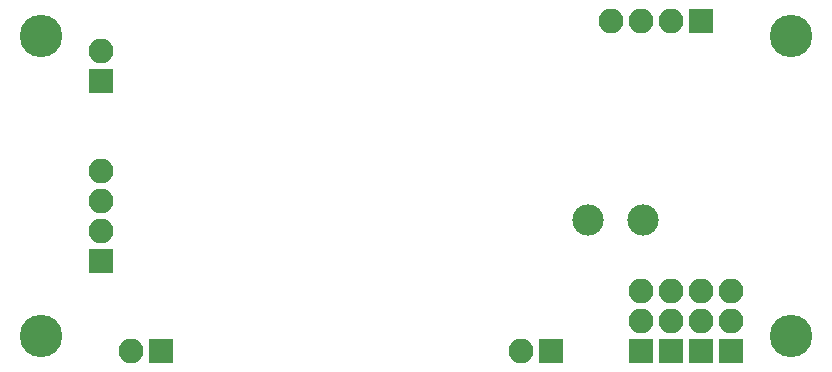
<source format=gbr>
G04 #@! TF.FileFunction,Soldermask,Bot*
%FSLAX46Y46*%
G04 Gerber Fmt 4.6, Leading zero omitted, Abs format (unit mm)*
G04 Created by KiCad (PCBNEW 4.0.7) date 05/02/18 00:14:41*
%MOMM*%
%LPD*%
G01*
G04 APERTURE LIST*
%ADD10C,0.100000*%
%ADD11C,2.650000*%
%ADD12C,3.600000*%
%ADD13R,2.100000X2.100000*%
%ADD14O,2.100000X2.100000*%
G04 APERTURE END LIST*
D10*
D11*
X51097800Y14908000D03*
X55697800Y14908000D03*
D12*
X4753800Y30496000D03*
X68253800Y5096000D03*
X68253800Y30496000D03*
X4753800Y5096000D03*
D13*
X9833800Y26686000D03*
D14*
X9833800Y29226000D03*
D13*
X55553800Y3826000D03*
D14*
X55553800Y6366000D03*
X55553800Y8906000D03*
D13*
X63173800Y3826000D03*
D14*
X63173800Y6366000D03*
X63173800Y8906000D03*
D13*
X60633800Y3826000D03*
D14*
X60633800Y6366000D03*
X60633800Y8906000D03*
D13*
X58093800Y3826000D03*
D14*
X58093800Y6366000D03*
X58093800Y8906000D03*
D13*
X9833800Y11446000D03*
D14*
X9833800Y13986000D03*
X9833800Y16526000D03*
X9833800Y19066000D03*
D13*
X47933800Y3826000D03*
D14*
X45393800Y3826000D03*
D13*
X14913800Y3826000D03*
D14*
X12373800Y3826000D03*
D13*
X60633800Y31766000D03*
D14*
X58093800Y31766000D03*
X55553800Y31766000D03*
X53013800Y31766000D03*
M02*

</source>
